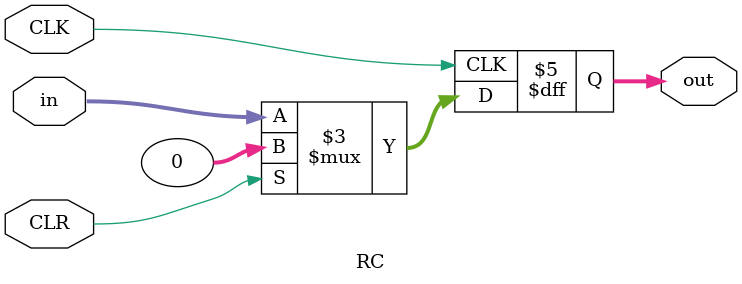
<source format=v>
`timescale 1ns / 1ps


module RC(input wire [31:0] in,
          input wire CLK, CLR,
          output reg [31:0] out);
initial
out<=32'd0;
always @(posedge CLK)
begin
out<=in;
if(CLR)
out<=32'd0;
end
endmodule

</source>
